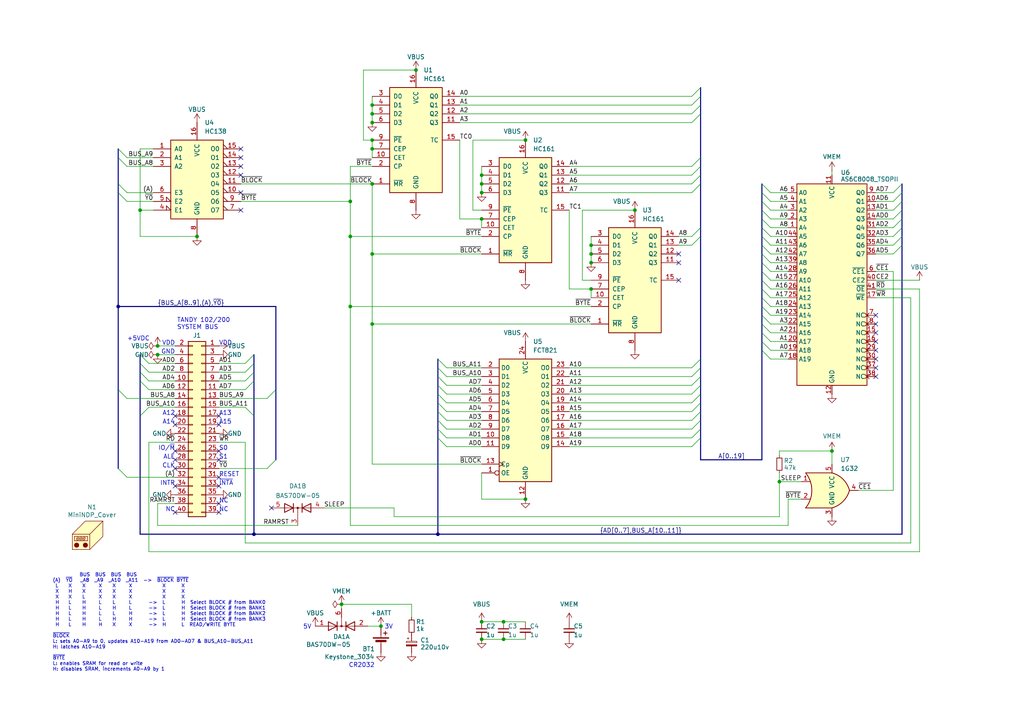
<source format=kicad_sch>
(kicad_sch (version 20231120) (generator "eeschema") (generator_version "8.0")
  (paper "A4")
  (title_block (title "MiniNDP 1M") (date "2024-11-26") (rev "B04") (company "Brian K. White - b.kenyon.w@gmail.com") (comment 1 "github.com/bkw777/NODE_DATAPAC") (comment 2 "Use with RAM100.CO or RAM200.CO") (comment 3 "Work-alike of NODE Systems DATAPAC / RAMPAC"))
  (lib_symbols
    (symbol "000_LOCAL:74xx138" (pin_names (offset 1.016))
      (property "Reference" "U" (at -7.62 11.43 0))
      (property "Value" "74xx138" (at -7.62 -13.97 0))
      (symbol "74xx138_1_0"
        (pin input line (at -12.7 7.62 0) (length 5.08) (name "A0") (number "1"))
        (pin output output_low (at 12.7 -5.08 180) (length 5.08) (name "O5") (number "10"))
        (pin output output_low (at 12.7 -2.54 180) (length 5.08) (name "O4") (number "11"))
        (pin output output_low (at 12.7 0 180) (length 5.08) (name "O3") (number "12"))
        (pin output output_low (at 12.7 2.54 180) (length 5.08) (name "O2") (number "13"))
        (pin output output_low (at 12.7 5.08 180) (length 5.08) (name "O1") (number "14"))
        (pin output output_low (at 12.7 7.62 180) (length 5.08) (name "O0") (number "15"))
        (pin power_in line (at 0 15.24 270) (length 5.08) (name "VCC") (number "16"))
        (pin input line (at -12.7 5.08 0) (length 5.08) (name "A1") (number "2"))
        (pin input line (at -12.7 2.54 0) (length 5.08) (name "A2") (number "3"))
        (pin input input_low (at -12.7 -10.16 0) (length 5.08) (name "E1") (number "4"))
        (pin input input_low (at -12.7 -7.62 0) (length 5.08) (name "E2") (number "5"))
        (pin input line (at -12.7 -5.08 0) (length 5.08) (name "E3") (number "6"))
        (pin output output_low (at 12.7 -10.16 180) (length 5.08) (name "O7") (number "7"))
        (pin power_in line (at 0 -17.78 90) (length 5.08) (name "GND") (number "8"))
        (pin output output_low (at 12.7 -7.62 180) (length 5.08) (name "O6") (number "9"))
      )
    )
    (symbol "000_LOCAL:74xx1G32" (pin_names (offset 0.762))
      (property "Reference" "U" (at -5.08 7.62 0))
      (property "Value" "74xx1G32" (at 7.62 -7.62 0))
      (symbol "74xx1G32_1_1"
        (pin input line (at -8.89 2.54 0) (length 2.54) (name "~") (number "1"))
        (pin input line (at -8.89 -2.54 0) (length 2.54) (name "~") (number "2"))
        (pin power_in line (at 0 -7.62 90) (length 2.54) (name "GND") (number "3"))
        (pin output line (at 7.62 0 180) (length 2.54) (name "~") (number "4"))
        (pin power_in line (at 0 7.62 270) (length 2.54) (name "VCC") (number "5"))
      )
    )
    (symbol "000_LOCAL:74xx821"
      (property "Reference" "U" (at -7.62 16.51 0))
      (property "Value" "74xx821" (at -9.144 -23.114 0))
      (symbol "74xx821_1_0"
        (pin input inverted (at -12.7 -17.78 0) (length 5.08) (name "OE") (number "1"))
        (pin input line (at -12.7 -7.62 0) (length 5.08) (name "D8") (number "10"))
        (pin input line (at -12.7 -10.16 0) (length 5.08) (name "D9") (number "11"))
        (pin power_in line (at 0 -25.4 90) (length 5.08) (name "GND") (number "12"))
        (pin input clock (at -12.7 -15.24 0) (length 5.08) (name "Cp") (number "13"))
        (pin tri_state line (at 12.7 -10.16 180) (length 5.08) (name "O9") (number "14"))
        (pin tri_state line (at 12.7 -7.62 180) (length 5.08) (name "O8") (number "15"))
        (pin tri_state line (at 12.7 -5.08 180) (length 5.08) (name "O7") (number "16"))
        (pin tri_state line (at 12.7 -2.54 180) (length 5.08) (name "O6") (number "17"))
        (pin tri_state line (at 12.7 0 180) (length 5.08) (name "O5") (number "18"))
        (pin tri_state line (at 12.7 2.54 180) (length 5.08) (name "O4") (number "19"))
        (pin input line (at -12.7 12.7 0) (length 5.08) (name "D0") (number "2"))
        (pin tri_state line (at 12.7 5.08 180) (length 5.08) (name "O3") (number "20"))
        (pin tri_state line (at 12.7 7.62 180) (length 5.08) (name "O2") (number "21"))
        (pin tri_state line (at 12.7 10.16 180) (length 5.08) (name "O1") (number "22"))
        (pin tri_state line (at 12.7 12.7 180) (length 5.08) (name "O0") (number "23"))
        (pin power_in line (at 0 20.32 270) (length 5.08) (name "VCC") (number "24"))
        (pin input line (at -12.7 10.16 0) (length 5.08) (name "D1") (number "3"))
        (pin input line (at -12.7 7.62 0) (length 5.08) (name "D2") (number "4"))
        (pin input line (at -12.7 5.08 0) (length 5.08) (name "D3") (number "5"))
        (pin input line (at -12.7 2.54 0) (length 5.08) (name "D4") (number "6"))
        (pin input line (at -12.7 0 0) (length 5.08) (name "D5") (number "7"))
        (pin input line (at -12.7 -2.54 0) (length 5.08) (name "D6") (number "8"))
        (pin input line (at -12.7 -5.08 0) (length 5.08) (name "D7") (number "9"))
      )
    )
    (symbol "000_LOCAL:AS6C8008_TSOPII"
      (property "Reference" "U" (at -10.16 23.495 0))
      (property "Value" "AS6C8008_TSOPII" (at 2.54 23.495 0))
      (symbol "AS6C8008_TSOPII_1_0"
        (pin power_in line (at 0 25.4 270) (length 2.54) (name "VCC") (number "11"))
        (pin power_in line (at 0 -38.1 90) (length 2.54) (name "GND") (number "12"))
        (pin passive line (at 0 25.4 270) (length 2.54) hide (name "VCC") (number "33"))
        (pin passive line (at 0 -38.1 90) (length 2.54) hide (name "GND") (number "34"))
      )
      (symbol "AS6C8008_TSOPII_1_1"
        (pin input line (at -12.7 10.16 0) (length 2.54) (name "A4") (number "1"))
        (pin tri_state line (at 12.7 17.78 180) (length 2.54) (name "Q1") (number "10"))
        (pin tri_state line (at 12.7 15.24 180) (length 2.54) (name "Q2") (number "13"))
        (pin tri_state line (at 12.7 12.7 180) (length 2.54) (name "Q3") (number "14"))
        (pin passive non_logic (at 12.7 -20.32 180) (length 2.54) (name "NC") (number "15"))
        (pin passive non_logic (at 12.7 -22.86 180) (length 2.54) (name "NC") (number "16"))
        (pin input line (at 12.7 -10.16 180) (length 2.54) (name "~{WE}") (number "17"))
        (pin input line (at -12.7 -27.94 0) (length 2.54) (name "A19") (number "18"))
        (pin input line (at -12.7 -25.4 0) (length 2.54) (name "A18") (number "19"))
        (pin input line (at -12.7 12.7 0) (length 2.54) (name "A3") (number "2"))
        (pin input line (at -12.7 -22.86 0) (length 2.54) (name "A17") (number "20"))
        (pin input line (at -12.7 -20.32 0) (length 2.54) (name "A16") (number "21"))
        (pin input line (at -12.7 -17.78 0) (length 2.54) (name "A15") (number "22"))
        (pin input line (at -12.7 -15.24 0) (length 2.54) (name "A14") (number "23"))
        (pin input line (at -12.7 -12.7 0) (length 2.54) (name "A13") (number "24"))
        (pin input line (at -12.7 -10.16 0) (length 2.54) (name "A12") (number "25"))
        (pin input line (at -12.7 -7.62 0) (length 2.54) (name "A11") (number "26"))
        (pin input line (at -12.7 -5.08 0) (length 2.54) (name "A10") (number "27"))
        (pin input line (at -12.7 -2.54 0) (length 2.54) (name "A9") (number "28"))
        (pin passive non_logic (at 12.7 -25.4 180) (length 2.54) (name "NC") (number "29"))
        (pin input line (at -12.7 15.24 0) (length 2.54) (name "A2") (number "3"))
        (pin passive non_logic (at 12.7 -27.94 180) (length 2.54) (name "NC") (number "30"))
        (pin tri_state line (at 12.7 10.16 180) (length 2.54) (name "Q4") (number "31"))
        (pin tri_state line (at 12.7 7.62 180) (length 2.54) (name "Q5") (number "32"))
        (pin tri_state line (at 12.7 5.08 180) (length 2.54) (name "Q6") (number "35"))
        (pin tri_state line (at 12.7 2.54 180) (length 2.54) (name "Q7") (number "36"))
        (pin passive non_logic (at 12.7 -30.48 180) (length 2.54) (name "NC") (number "37"))
        (pin passive non_logic (at 12.7 -33.02 180) (length 2.54) (name "NC") (number "38"))
        (pin input line (at -12.7 0 0) (length 2.54) (name "A8") (number "39"))
        (pin input line (at -12.7 17.78 0) (length 2.54) (name "A1") (number "4"))
        (pin input line (at 12.7 -5.08 180) (length 2.54) (name "CE2") (number "40"))
        (pin input line (at 12.7 -7.62 180) (length 2.54) (name "~{OE}") (number "41"))
        (pin input line (at -12.7 2.54 0) (length 2.54) (name "A7") (number "42"))
        (pin input line (at -12.7 5.08 0) (length 2.54) (name "A6") (number "43"))
        (pin input line (at -12.7 7.62 0) (length 2.54) (name "A5") (number "44"))
        (pin input line (at -12.7 20.32 0) (length 2.54) (name "A0") (number "5"))
        (pin input line (at 12.7 -2.54 180) (length 2.54) (name "~{CE1}") (number "6"))
        (pin passive non_logic (at 12.7 -15.24 180) (length 2.54) (name "NC") (number "7"))
        (pin passive non_logic (at 12.7 -17.78 180) (length 2.54) (name "NC") (number "8"))
        (pin tri_state line (at 12.7 20.32 180) (length 2.54) (name "Q0") (number "9"))
      )
    )
    (symbol "000_LOCAL:BAV70S" (pin_names (offset 0.762) hide)
      (property "Reference" "D" (at 0.635 -2.54 0))
      (property "Value" "BAV70S" (at 0 2.54 0))
      (symbol "BAV70S_1_1"
        (pin passive line (at -7.62 0 0) (length 3.81) (name "A") (number "1"))
        (pin passive line (at 7.62 0 180) (length 3.81) (name "A") (number "2"))
        (pin passive line (at 0 -5.08 90) (length 2.54) (name "K") (number "6"))
      )
      (symbol "BAV70S_2_1"
        (pin passive line (at 0 -5.08 90) (length 2.54) (name "K") (number "3"))
        (pin passive line (at -7.62 0 0) (length 3.81) (name "A") (number "4"))
        (pin passive line (at 7.62 0 180) (length 3.81) (name "A") (number "5"))
      )
    )
    (symbol "000_LOCAL:Battery_Cell" (pin_numbers hide) (pin_names (offset 0) hide)
      (property "Reference" "BT" (at 2.54 2.54 0))
      (property "Value" "Battery_Cell" (at 2.54 0 0))
      (symbol "Battery_Cell_1_1"
        (pin passive line (at 0 5.08 270) (length 2.54) (name "+") (number "1"))
        (pin passive line (at 0 -2.54 90) (length 2.54) (name "-") (number "2"))
      )
    )
    (symbol "000_LOCAL:C" (pin_numbers hide) (pin_names (offset 0.254) hide)
      (property "Reference" "C" (at 0.254 1.778 0))
      (property "Value" "C" (at 0.254 -2.032 0))
      (symbol "C_1_1"
        (pin passive line (at 0 2.54 270) (length 2.032) (name "~") (number "1"))
        (pin passive line (at 0 -2.54 90) (length 2.032) (name "~") (number "2"))
      )
    )
    (symbol "000_LOCAL:C_Polarized" (pin_numbers hide) (pin_names (offset 0.254) hide)
      (property "Reference" "C" (at 0.254 1.778 0))
      (property "Value" "C_Polarized_Small" (at 0.254 -2.032 0))
      (symbol "C_Polarized_1_1"
        (pin passive line (at 0 2.54 270) (length 1.8542) (name "~") (number "1"))
        (pin passive line (at 0 -2.54 90) (length 1.8542) (name "~") (number "2"))
      )
    )
    (symbol "000_LOCAL:Conn_02x20_Odd_Even" (pin_names (offset 1.016) hide)
      (property "Reference" "J" (at 1.27 25.4 0))
      (property "Value" "Conn_02x20_Odd_Even" (at 1.27 -27.94 0))
      (symbol "Conn_02x20_Odd_Even_1_1"
        (pin passive line (at -5.08 22.86 0) (length 3.81) (name "Pin_1") (number "1"))
        (pin passive line (at 7.62 12.7 180) (length 3.81) (name "Pin_10") (number "10"))
        (pin passive line (at -5.08 10.16 0) (length 3.81) (name "Pin_11") (number "11"))
        (pin passive line (at 7.62 10.16 180) (length 3.81) (name "Pin_12") (number "12"))
        (pin passive line (at -5.08 7.62 0) (length 3.81) (name "Pin_13") (number "13"))
        (pin passive line (at 7.62 7.62 180) (length 3.81) (name "Pin_14") (number "14"))
        (pin passive line (at -5.08 5.08 0) (length 3.81) (name "Pin_15") (number "15"))
        (pin passive line (at 7.62 5.08 180) (length 3.81) (name "Pin_16") (number "16"))
        (pin passive line (at -5.08 2.54 0) (length 3.81) (name "Pin_17") (number "17"))
        (pin passive line (at 7.62 2.54 180) (length 3.81) (name "Pin_18") (number "18"))
        (pin passive line (at -5.08 0 0) (length 3.81) (name "Pin_19") (number "19"))
        (pin passive line (at 7.62 22.86 180) (length 3.81) (name "Pin_2") (number "2"))
        (pin passive line (at 7.62 0 180) (length 3.81) (name "Pin_20") (number "20"))
        (pin passive line (at -5.08 -2.54 0) (length 3.81) (name "Pin_21") (number "21"))
        (pin passive line (at 7.62 -2.54 180) (length 3.81) (name "Pin_22") (number "22"))
        (pin passive line (at -5.08 -5.08 0) (length 3.81) (name "Pin_23") (number "23"))
        (pin passive line (at 7.62 -5.08 180) (length 3.81) (name "Pin_24") (number "24"))
        (pin passive line (at -5.08 -7.62 0) (length 3.81) (name "Pin_25") (number "25"))
        (pin passive line (at 7.62 -7.62 180) (length 3.81) (name "Pin_26") (number "26"))
        (pin passive line (at -5.08 -10.16 0) (length 3.81) (name "Pin_27") (number "27"))
        (pin passive line (at 7.62 -10.16 180) (length 3.81) (name "Pin_28") (number "28"))
        (pin passive line (at -5.08 -12.7 0) (length 3.81) (name "Pin_29") (number "29"))
        (pin passive line (at -5.08 20.32 0) (length 3.81) (name "Pin_3") (number "3"))
        (pin passive line (at 7.62 -12.7 180) (length 3.81) (name "Pin_30") (number "30"))
        (pin passive line (at -5.08 -15.24 0) (length 3.81) (name "Pin_31") (number "31"))
        (pin passive line (at 7.62 -15.24 180) (length 3.81) (name "Pin_32") (number "32"))
        (pin passive line (at -5.08 -17.78 0) (length 3.81) (name "Pin_33") (number "33"))
        (pin passive line (at 7.62 -17.78 180) (length 3.81) (name "Pin_34") (number "34"))
        (pin passive line (at -5.08 -20.32 0) (length 3.81) (name "Pin_35") (number "35"))
        (pin passive line (at 7.62 -20.32 180) (length 3.81) (name "Pin_36") (number "36"))
        (pin passive line (at -5.08 -22.86 0) (length 3.81) (name "Pin_37") (number "37"))
        (pin passive line (at 7.62 -22.86 180) (length 3.81) (name "Pin_38") (number "38"))
        (pin passive line (at -5.08 -25.4 0) (length 3.81) (name "Pin_39") (number "39"))
        (pin passive line (at 7.62 20.32 180) (length 3.81) (name "Pin_4") (number "4"))
        (pin passive line (at 7.62 -25.4 180) (length 3.81) (name "Pin_40") (number "40"))
        (pin passive line (at -5.08 17.78 0) (length 3.81) (name "Pin_5") (number "5"))
        (pin passive line (at 7.62 17.78 180) (length 3.81) (name "Pin_6") (number "6"))
        (pin passive line (at -5.08 15.24 0) (length 3.81) (name "Pin_7") (number "7"))
        (pin passive line (at 7.62 15.24 180) (length 3.81) (name "Pin_8") (number "8"))
        (pin passive line (at -5.08 12.7 0) (length 3.81) (name "Pin_9") (number "9"))
      )
    )
    (symbol "000_LOCAL:Housing" (pin_names (offset 1.016)) (exclude_from_sim yes)
      (property "Reference" "N" (at 3.81 0 0))
      (property "Value" "Housing" (at 3.81 -1.905 0))
    )
    (symbol "000_LOCAL:R" (pin_numbers hide) (pin_names (offset 0.254) hide)
      (property "Reference" "R" (at 0.762 0.508 0))
      (property "Value" "R_Small" (at 0.762 -1.016 0))
      (symbol "R_1_1"
        (pin passive line (at 0 2.54 270) (length 0.762) (name "~") (number "1"))
        (pin passive line (at 0 -2.54 90) (length 0.762) (name "~") (number "2"))
      )
    )
    (symbol "74xx161_1" (pin_names (offset 1.016))
      (property "Reference" "U" (at -7.62 16.51 0))
      (property "Value" "74xx161" (at -7.62 -16.51 0))
      (symbol "74xx161_1_1_0"
        (pin input line (at -12.7 -12.7 0) (length 5.08) (name "~{MR}") (number "1"))
        (pin input line (at -12.7 -5.08 0) (length 5.08) (name "CET") (number "10"))
        (pin output line (at 12.7 5.08 180) (length 5.08) (name "Q3") (number "11"))
        (pin output line (at 12.7 7.62 180) (length 5.08) (name "Q2") (number "12"))
        (pin output line (at 12.7 10.16 180) (length 5.08) (name "Q1") (number "13"))
        (pin output line (at 12.7 12.7 180) (length 5.08) (name "Q0") (number "14"))
        (pin output line (at 12.7 0 180) (length 5.08) (name "TC") (number "15"))
        (pin power_in line (at 0 20.32 270) (length 5.08) (name "VCC") (number "16"))
        (pin input line (at -12.7 -7.62 0) (length 5.08) (name "CP") (number "2"))
        (pin input line (at -12.7 12.7 0) (length 5.08) (name "D0") (number "3"))
        (pin input line (at -12.7 10.16 0) (length 5.08) (name "D1") (number "4"))
        (pin input line (at -12.7 7.62 0) (length 5.08) (name "D2") (number "5"))
        (pin input line (at -12.7 5.08 0) (length 5.08) (name "D3") (number "6"))
        (pin input line (at -12.7 -2.54 0) (length 5.08) (name "CEP") (number "7"))
        (pin power_in line (at 0 -20.32 90) (length 5.08) (name "GND") (number "8"))
        (pin input line (at -12.7 0 0) (length 5.08) (name "~{PE}") (number "9"))
      )
    )
    (symbol "power:+BATT" (power) (pin_numbers hide) (pin_names (offset 0) hide)
      (property "Value" "+BATT" (at 0 3.556 0))
      (symbol "+BATT_1_1"
        (pin power_in line (at 0 0 90) (length 0) (name "~") (number "1"))
      )
    )
    (symbol "power:GND" (power) (pin_numbers hide) (pin_names (offset 0) hide)
      (property "Value" "GND" (at 0 -3.81 0))
      (symbol "GND_1_1"
        (pin power_in line (at 0 0 270) (length 0) (name "~") (number "1"))
      )
    )
    (symbol "power:PWR_FLAG" (power) (pin_numbers hide) (pin_names (offset 0) hide)
      (property "Value" "PWR_FLAG" (at 0 3.81 0))
      (symbol "PWR_FLAG_0_0"
        (pin power_out line (at 0 0 90) (length 0) (name "~") (number "1"))
      )
    )
    (symbol "power:VBUS" (power) (pin_numbers hide) (pin_names (offset 0) hide)
      (property "Value" "VBUS" (at 0 3.556 0))
      (symbol "VBUS_1_1"
        (pin power_in line (at 0 0 90) (length 0) (name "~") (number "1"))
      )
    )
    (symbol "power:VMEM" (power) (pin_numbers hide) (pin_names (offset 0) hide)
      (property "Value" "VMEM" (at 0 3.556 0))
      (symbol "VMEM_1_1"
        (pin power_in line (at 0 0 90) (length 0) (name "~") (number "1"))
      )
    )
  )
  (junction (at 139.7 180.34))
  (junction (at 171.45 83.82))
  (junction (at 241.3 130.81))
  (junction (at 101.6 88.9))
  (junction (at 45.72 100.33))
  (junction (at 226.06 139.7))
  (junction (at 139.7 55.88))
  (junction (at 101.6 58.42))
  (junction (at 45.72 102.87))
  (junction (at 152.4 144.78))
  (junction (at 73.66 154.94))
  (junction (at 146.05 185.42))
  (junction (at 171.45 76.2))
  (junction (at 99.06 175.26))
  (junction (at 139.7 185.42))
  (junction (at 107.95 53.34))
  (junction (at 107.95 30.48))
  (junction (at 120.65 20.32))
  (junction (at 110.49 181.61))
  (junction (at 57.15 68.58))
  (junction (at 107.95 43.18))
  (junction (at 40.64 60.96))
  (junction (at 139.7 53.34))
  (junction (at 101.6 68.58))
  (junction (at 107.95 93.98))
  (junction (at 34.29 88.9))
  (junction (at 139.7 50.8))
  (junction (at 107.95 33.02))
  (junction (at 152.4 40.64))
  (junction (at 184.15 60.96))
  (junction (at 127 154.94))
  (junction (at 107.95 73.66))
  (junction (at 146.05 180.34))
  (junction (at 171.45 73.66))
  (junction (at 107.95 40.64))
  (junction (at 107.95 35.56))
  (junction (at 171.45 71.12))
  (junction (at 139.7 63.5))
  (no_connect (at 63.5 138.43))
  (no_connect (at 196.85 73.66))
  (no_connect (at 69.85 50.8))
  (no_connect (at 63.5 123.19))
  (no_connect (at 254 91.44))
  (no_connect (at 254 109.22))
  (no_connect (at 50.8 148.59))
  (no_connect (at 63.5 130.81))
  (no_connect (at 254 101.6))
  (no_connect (at 63.5 148.59))
  (no_connect (at 69.85 60.96))
  (no_connect (at 254 106.68))
  (no_connect (at 254 104.14))
  (no_connect (at 50.8 130.81))
  (no_connect (at 196.85 81.28))
  (no_connect (at 50.8 120.65))
  (no_connect (at 69.85 55.88))
  (no_connect (at 50.8 123.19))
  (no_connect (at 69.85 43.18))
  (no_connect (at 50.8 140.97))
  (no_connect (at 69.85 45.72))
  (no_connect (at 254 93.98))
  (no_connect (at 196.85 76.2))
  (no_connect (at 50.8 133.35))
  (no_connect (at 50.8 135.89))
  (no_connect (at 63.5 146.05))
  (no_connect (at 254 99.06))
  (no_connect (at 63.5 120.65))
  (no_connect (at 63.5 133.35))
  (no_connect (at 63.5 140.97))
  (no_connect (at 69.85 48.26))
  (no_connect (at 78.74 147.32))
  (no_connect (at 254 96.52))
  (bus_entry (at 200.66 71.12) (size 2.54 -2.54))
  (bus_entry (at 259.08 58.42) (size 2.54 -2.54))
  (bus_entry (at 200.66 27.94) (size 2.54 -2.54))
  (bus_entry (at 43.18 110.49) (size -2.54 -2.54))
  (bus_entry (at 127 124.46) (size 2.54 2.54))
  (bus_entry (at 200.66 35.56) (size 2.54 -2.54))
  (bus_entry (at 223.52 66.04) (size -2.54 -2.54))
  (bus_entry (at 200.66 129.54) (size 2.54 -2.54))
  (bus_entry (at 40.64 120.65) (size 2.54 -2.54))
  (bus_entry (at 200.66 116.84) (size 2.54 -2.54))
  (bus_entry (at 127 127) (size 2.54 2.54))
  (bus_entry (at 223.52 68.58) (size -2.54 -2.54))
  (bus_entry (at 223.52 78.74) (size -2.54 -2.54))
  (bus_entry (at 200.66 119.38) (size 2.54 -2.54))
  (bus_entry (at 127 119.38) (size 2.54 2.54))
  (bus_entry (at 34.29 53.34) (size 2.54 2.54))
  (bus_entry (at 43.18 113.03) (size -2.54 -2.54))
  (bus_entry (at 223.52 91.44) (size -2.54 -2.54))
  (bus_entry (at 43.18 105.41) (size -2.54 -2.54))
  (bus_entry (at 34.29 43.18) (size 2.54 2.54))
  (bus_entry (at 223.52 73.66) (size -2.54 -2.54))
  (bus_entry (at 223.52 71.12) (size -2.54 -2.54))
  (bus_entry (at 223.52 63.5) (size -2.54 -2.54))
  (bus_entry (at 200.66 53.34) (size 2.54 -2.54))
  (bus_entry (at 223.52 76.2) (size -2.54 -2.54))
  (bus_entry (at 223.52 83.82) (size -2.54 -2.54))
  (bus_entry (at 71.12 105.41) (size 2.54 -2.54))
  (bus_entry (at 80.01 133.35) (size -2.54 2.54))
  (bus_entry (at 200.66 111.76) (size 2.54 -2.54))
  (bus_entry (at 223.52 99.06) (size -2.54 -2.54))
  (bus_entry (at 259.08 66.04) (size 2.54 -2.54))
  (bus_entry (at 200.66 121.92) (size 2.54 -2.54))
  (bus_entry (at 223.52 58.42) (size -2.54 -2.54))
  (bus_entry (at 80.01 113.03) (size -2.54 2.54))
  (bus_entry (at 259.08 68.58) (size 2.54 -2.54))
  (bus_entry (at 127 121.92) (size 2.54 2.54))
  (bus_entry (at 223.52 96.52) (size -2.54 -2.54))
  (bus_entry (at 34.29 45.72) (size 2.54 2.54))
  (bus_entry (at 200.66 50.8) (size 2.54 -2.54))
  (bus_entry (at 34.29 55.88) (size 2.54 2.54))
  (bus_entry (at 223.52 81.28) (size -2.54 -2.54))
  (bus_entry (at 259.08 73.66) (size 2.54 -2.54))
  (bus_entry (at 259.08 71.12) (size 2.54 -2.54))
  (bus_entry (at 43.18 107.95) (size -2.54 -2.54))
  (bus_entry (at 71.12 113.03) (size 2.54 -2.54))
  (bus_entry (at 200.66 68.58) (size 2.54 -2.54))
  (bus_entry (at 127 106.68) (size 2.54 2.54))
  (bus_entry (at 200.66 109.22) (size 2.54 -2.54))
  (bus_entry (at 223.52 86.36) (size -2.54 -2.54))
  (bus_entry (at 259.08 60.96) (size 2.54 -2.54))
  (bus_entry (at 127 116.84) (size 2.54 2.54))
  (bus_entry (at 259.08 55.88) (size 2.54 -2.54))
  (bus_entry (at 223.52 93.98) (size -2.54 -2.54))
  (bus_entry (at 223.52 104.14) (size -2.54 -2.54))
  (bus_entry (at 200.66 106.68) (size 2.54 -2.54))
  (bus_entry (at 223.52 88.9) (size -2.54 -2.54))
  (bus_entry (at 200.66 48.26) (size 2.54 -2.54))
  (bus_entry (at 259.08 63.5) (size 2.54 -2.54))
  (bus_entry (at 34.29 113.03) (size 2.54 2.54))
  (bus_entry (at 127 114.3) (size 2.54 2.54))
  (bus_entry (at 223.52 101.6) (size -2.54 -2.54))
  (bus_entry (at 200.66 33.02) (size 2.54 -2.54))
  (bus_entry (at 127 104.14) (size 2.54 2.54))
  (bus_entry (at 73.66 120.65) (size -2.54 -2.54))
  (bus_entry (at 200.66 114.3) (size 2.54 -2.54))
  (bus_entry (at 223.52 55.88) (size -2.54 -2.54))
  (bus_entry (at 71.12 107.95) (size 2.54 -2.54))
  (bus_entry (at 200.66 127) (size 2.54 -2.54))
  (bus_entry (at 127 109.22) (size 2.54 2.54))
  (bus_entry (at 127 111.76) (size 2.54 2.54))
  (bus_entry (at 223.52 60.96) (size -2.54 -2.54))
  (bus_entry (at 200.66 124.46) (size 2.54 -2.54))
  (bus_entry (at 36.83 138.43) (size -2.54 -2.54))
  (bus_entry (at 200.66 55.88) (size 2.54 -2.54))
  (bus_entry (at 71.12 110.49) (size 2.54 -2.54))
  (bus_entry (at 200.66 30.48) (size 2.54 -2.54))
  (bus (pts (xy 127 119.38) (xy 127 121.92)))
  (wire (pts (xy 129.54 106.68) (xy 139.7 106.68)))
  (bus (pts (xy 220.98 88.9) (xy 220.98 91.44)))
  (wire (pts (xy 101.6 152.4) (xy 228.6 152.4)))
  (bus (pts (xy 34.29 45.72) (xy 34.29 53.34)))
  (wire (pts (xy 45.72 146.05) (xy 45.72 152.4)))
  (wire (pts (xy 223.52 76.2) (xy 228.6 76.2)))
  (wire (pts (xy 168.91 81.28) (xy 171.45 81.28)))
  (wire (pts (xy 196.85 68.58) (xy 200.66 68.58)))
  (bus (pts (xy 220.98 99.06) (xy 220.98 96.52)))
  (wire (pts (xy 107.95 30.48) (xy 107.95 33.02)))
  (wire (pts (xy 107.95 134.62) (xy 139.7 134.62)))
  (wire (pts (xy 254 73.66) (xy 259.08 73.66)))
  (wire (pts (xy 129.54 121.92) (xy 139.7 121.92)))
  (wire (pts (xy 139.7 137.16) (xy 139.7 144.78)))
  (wire (pts (xy 223.52 60.96) (xy 228.6 60.96)))
  (wire (pts (xy 137.16 40.64) (xy 137.16 60.96)))
  (wire (pts (xy 165.1 114.3) (xy 200.66 114.3)))
  (bus (pts (xy 220.98 73.66) (xy 220.98 76.2)))
  (bus (pts (xy 220.98 133.35) (xy 220.98 101.6)))
  (wire (pts (xy 114.3 147.32) (xy 93.98 147.32)))
  (wire (pts (xy 107.95 53.34) (xy 107.95 73.66)))
  (wire (pts (xy 133.35 27.94) (xy 200.66 27.94)))
  (wire (pts (xy 36.83 55.88) (xy 44.45 55.88)))
  (wire (pts (xy 228.6 144.78) (xy 228.6 152.4)))
  (wire (pts (xy 43.18 113.03) (xy 50.8 113.03)))
  (wire (pts (xy 171.45 73.66) (xy 171.45 76.2)))
  (bus (pts (xy 80.01 88.9) (xy 80.01 113.03)))
  (wire (pts (xy 36.83 115.57) (xy 50.8 115.57)))
  (bus (pts (xy 220.98 55.88) (xy 220.98 58.42)))
  (wire (pts (xy 107.95 93.98) (xy 107.95 134.62)))
  (bus (pts (xy 203.2 121.92) (xy 203.2 124.46)))
  (bus (pts (xy 40.64 105.41) (xy 40.64 107.95)))
  (wire (pts (xy 101.6 88.9) (xy 171.45 88.9)))
  (bus (pts (xy 203.2 30.48) (xy 203.2 33.02)))
  (bus (pts (xy 203.2 33.02) (xy 203.2 45.72)))
  (wire (pts (xy 223.52 81.28) (xy 228.6 81.28)))
  (wire (pts (xy 69.85 58.42) (xy 101.6 58.42)))
  (wire (pts (xy 43.18 105.41) (xy 50.8 105.41)))
  (wire (pts (xy 129.54 129.54) (xy 139.7 129.54)))
  (bus (pts (xy 203.2 133.35) (xy 220.98 133.35)))
  (wire (pts (xy 63.5 115.57) (xy 77.47 115.57)))
  (bus (pts (xy 203.2 50.8) (xy 203.2 53.34)))
  (bus (pts (xy 261.62 63.5) (xy 261.62 66.04)))
  (wire (pts (xy 254 68.58) (xy 259.08 68.58)))
  (bus (pts (xy 203.2 114.3) (xy 203.2 116.84)))
  (wire (pts (xy 110.49 181.61) (xy 106.68 181.61)))
  (wire (pts (xy 165.1 127) (xy 200.66 127)))
  (wire (pts (xy 223.52 71.12) (xy 228.6 71.12)))
  (wire (pts (xy 139.7 48.26) (xy 139.7 50.8)))
  (wire (pts (xy 99.06 176.53) (xy 99.06 175.26)))
  (bus (pts (xy 220.98 53.34) (xy 220.98 55.88)))
  (wire (pts (xy 165.1 106.68) (xy 200.66 106.68)))
  (wire (pts (xy 107.95 73.66) (xy 139.7 73.66)))
  (bus (pts (xy 73.66 120.65) (xy 73.66 154.94)))
  (wire (pts (xy 105.41 20.32) (xy 105.41 40.64)))
  (wire (pts (xy 105.41 40.64) (xy 107.95 40.64)))
  (bus (pts (xy 73.66 154.94) (xy 127 154.94)))
  (wire (pts (xy 223.52 58.42) (xy 228.6 58.42)))
  (wire (pts (xy 107.95 43.18) (xy 107.95 45.72)))
  (wire (pts (xy 139.7 180.34) (xy 146.05 180.34)))
  (wire (pts (xy 165.1 124.46) (xy 200.66 124.46)))
  (bus (pts (xy 220.98 71.12) (xy 220.98 73.66)))
  (wire (pts (xy 165.1 116.84) (xy 200.66 116.84)))
  (wire (pts (xy 223.52 83.82) (xy 228.6 83.82)))
  (bus (pts (xy 220.98 68.58) (xy 220.98 71.12)))
  (wire (pts (xy 223.52 93.98) (xy 228.6 93.98)))
  (wire (pts (xy 45.72 100.33) (xy 50.8 100.33)))
  (wire (pts (xy 264.16 86.36) (xy 264.16 157.48)))
  (wire (pts (xy 71.12 128.27) (xy 71.12 157.48)))
  (bus (pts (xy 40.64 120.65) (xy 40.64 154.94)))
  (wire (pts (xy 171.45 83.82) (xy 171.45 86.36)))
  (wire (pts (xy 223.52 63.5) (xy 228.6 63.5)))
  (bus (pts (xy 220.98 63.5) (xy 220.98 66.04)))
  (wire (pts (xy 129.54 119.38) (xy 139.7 119.38)))
  (bus (pts (xy 261.62 66.04) (xy 261.62 68.58)))
  (bus (pts (xy 220.98 76.2) (xy 220.98 78.74)))
  (wire (pts (xy 63.5 105.41) (xy 71.12 105.41)))
  (wire (pts (xy 196.85 71.12) (xy 200.66 71.12)))
  (wire (pts (xy 43.18 110.49) (xy 50.8 110.49)))
  (bus (pts (xy 34.29 113.03) (xy 34.29 135.89)))
  (bus (pts (xy 34.29 55.88) (xy 34.29 88.9)))
  (bus (pts (xy 203.2 111.76) (xy 203.2 114.3)))
  (wire (pts (xy 139.7 50.8) (xy 139.7 53.34)))
  (bus (pts (xy 261.62 58.42) (xy 261.62 60.96)))
  (wire (pts (xy 99.06 175.26) (xy 119.38 175.26)))
  (bus (pts (xy 203.2 106.68) (xy 203.2 109.22)))
  (bus (pts (xy 203.2 116.84) (xy 203.2 119.38)))
  (wire (pts (xy 165.1 119.38) (xy 200.66 119.38)))
  (bus (pts (xy 203.2 25.4) (xy 203.2 27.94)))
  (wire (pts (xy 223.52 91.44) (xy 228.6 91.44)))
  (bus (pts (xy 127 116.84) (xy 127 119.38)))
  (wire (pts (xy 101.6 68.58) (xy 101.6 88.9)))
  (wire (pts (xy 133.35 40.64) (xy 133.35 63.5)))
  (wire (pts (xy 133.35 35.56) (xy 200.66 35.56)))
  (bus (pts (xy 203.2 109.22) (xy 203.2 111.76)))
  (bus (pts (xy 80.01 113.03) (xy 80.01 133.35)))
  (wire (pts (xy 165.1 129.54) (xy 200.66 129.54)))
  (bus (pts (xy 127 154.94) (xy 261.62 154.94)))
  (wire (pts (xy 254 86.36) (xy 264.16 86.36)))
  (wire (pts (xy 146.05 180.34) (xy 152.4 180.34)))
  (wire (pts (xy 254 63.5) (xy 259.08 63.5)))
  (wire (pts (xy 137.16 40.64) (xy 152.4 40.64)))
  (wire (pts (xy 129.54 109.22) (xy 139.7 109.22)))
  (bus (pts (xy 40.64 110.49) (xy 40.64 120.65)))
  (wire (pts (xy 226.06 139.7) (xy 232.41 139.7)))
  (wire (pts (xy 63.5 128.27) (xy 71.12 128.27)))
  (bus (pts (xy 203.2 127) (xy 203.2 133.35)))
  (wire (pts (xy 129.54 127) (xy 139.7 127)))
  (wire (pts (xy 223.52 55.88) (xy 228.6 55.88)))
  (wire (pts (xy 165.1 109.22) (xy 200.66 109.22)))
  (wire (pts (xy 45.72 102.87) (xy 50.8 102.87)))
  (bus (pts (xy 203.2 53.34) (xy 203.2 66.04)))
  (wire (pts (xy 107.95 27.94) (xy 107.95 30.48)))
  (bus (pts (xy 127 104.14) (xy 127 106.68)))
  (bus (pts (xy 203.2 66.04) (xy 203.2 68.58)))
  (wire (pts (xy 171.45 71.12) (xy 171.45 73.66)))
  (wire (pts (xy 101.6 68.58) (xy 139.7 68.58)))
  (wire (pts (xy 226.06 137.16) (xy 226.06 139.7)))
  (bus (pts (xy 261.62 55.88) (xy 261.62 58.42)))
  (wire (pts (xy 69.85 53.34) (xy 107.95 53.34)))
  (bus (pts (xy 34.29 53.34) (xy 34.29 55.88)))
  (wire (pts (xy 40.64 60.96) (xy 40.64 68.58)))
  (bus (pts (xy 127 127) (xy 127 154.94)))
  (bus (pts (xy 261.62 68.58) (xy 261.62 71.12)))
  (bus (pts (xy 220.98 66.04) (xy 220.98 68.58)))
  (bus (pts (xy 73.66 105.41) (xy 73.66 107.95)))
  (wire (pts (xy 137.16 60.96) (xy 139.7 60.96)))
  (bus (pts (xy 220.98 58.42) (xy 220.98 60.96)))
  (bus (pts (xy 261.62 53.34) (xy 261.62 55.88)))
  (bus (pts (xy 220.98 78.74) (xy 220.98 81.28)))
  (bus (pts (xy 73.66 107.95) (xy 73.66 110.49)))
  (wire (pts (xy 139.7 185.42) (xy 146.05 185.42)))
  (wire (pts (xy 254 66.04) (xy 259.08 66.04)))
  (wire (pts (xy 165.1 50.8) (xy 200.66 50.8)))
  (bus (pts (xy 220.98 91.44) (xy 220.98 93.98)))
  (wire (pts (xy 119.38 179.07) (xy 119.38 175.26)))
  (wire (pts (xy 146.05 185.42) (xy 152.4 185.42)))
  (wire (pts (xy 129.54 114.3) (xy 139.7 114.3)))
  (wire (pts (xy 101.6 48.26) (xy 107.95 48.26)))
  (wire (pts (xy 223.52 78.74) (xy 228.6 78.74)))
  (bus (pts (xy 220.98 83.82) (xy 220.98 86.36)))
  (bus (pts (xy 127 111.76) (xy 127 114.3)))
  (wire (pts (xy 241.3 49.53) (xy 241.3 50.8)))
  (wire (pts (xy 101.6 88.9) (xy 101.6 152.4)))
  (bus (pts (xy 40.64 107.95) (xy 40.64 110.49)))
  (wire (pts (xy 171.45 68.58) (xy 171.45 71.12)))
  (wire (pts (xy 165.1 55.88) (xy 200.66 55.88)))
  (bus (pts (xy 261.62 71.12) (xy 261.62 154.94)))
  (wire (pts (xy 40.64 68.58) (xy 57.15 68.58)))
  (wire (pts (xy 63.5 107.95) (xy 71.12 107.95)))
  (bus (pts (xy 203.2 124.46) (xy 203.2 127)))
  (wire (pts (xy 165.1 83.82) (xy 165.1 60.96)))
  (wire (pts (xy 165.1 53.34) (xy 200.66 53.34)))
  (wire (pts (xy 165.1 121.92) (xy 200.66 121.92)))
  (wire (pts (xy 223.52 66.04) (xy 228.6 66.04)))
  (wire (pts (xy 248.92 142.24) (xy 259.08 142.24)))
  (wire (pts (xy 223.52 73.66) (xy 228.6 73.66)))
  (wire (pts (xy 226.06 139.7) (xy 226.06 149.86)))
  (bus (pts (xy 34.29 43.18) (xy 34.29 45.72)))
  (wire (pts (xy 228.6 144.78) (xy 232.41 144.78)))
  (bus (pts (xy 261.62 60.96) (xy 261.62 63.5)))
  (bus (pts (xy 203.2 48.26) (xy 203.2 50.8)))
  (bus (pts (xy 73.66 102.87) (xy 73.66 105.41)))
  (wire (pts (xy 254 60.96) (xy 259.08 60.96)))
  (wire (pts (xy 107.95 40.64) (xy 107.95 43.18)))
  (wire (pts (xy 129.54 116.84) (xy 139.7 116.84)))
  (bus (pts (xy 220.98 93.98) (xy 220.98 96.52)))
  (wire (pts (xy 40.64 43.18) (xy 40.64 60.96)))
  (wire (pts (xy 223.52 101.6) (xy 228.6 101.6)))
  (wire (pts (xy 254 58.42) (xy 259.08 58.42)))
  (bus (pts (xy 127 121.92) (xy 127 124.46)))
  (wire (pts (xy 254 55.88) (xy 259.08 55.88)))
  (wire (pts (xy 139.7 63.5) (xy 133.35 63.5)))
  (bus (pts (xy 127 109.22) (xy 127 111.76)))
  (wire (pts (xy 168.91 60.96) (xy 168.91 81.28)))
  (wire (pts (xy 223.52 96.52) (xy 228.6 96.52)))
  (bus (pts (xy 203.2 27.94) (xy 203.2 30.48)))
  (wire (pts (xy 266.7 81.28) (xy 254 81.28)))
  (wire (pts (xy 254 71.12) (xy 259.08 71.12)))
  (wire (pts (xy 139.7 53.34) (xy 139.7 55.88)))
  (wire (pts (xy 43.18 128.27) (xy 43.18 160.02)))
  (wire (pts (xy 43.18 107.95) (xy 50.8 107.95)))
  (bus (pts (xy 203.2 104.14) (xy 203.2 106.68)))
  (wire (pts (xy 101.6 58.42) (xy 101.6 68.58)))
  (wire (pts (xy 63.5 113.03) (xy 71.12 113.03)))
  (bus (pts (xy 203.2 45.72) (xy 203.2 48.26)))
  (bus (pts (xy 34.29 88.9) (xy 34.29 113.03)))
  (wire (pts (xy 40.64 43.18) (xy 44.45 43.18)))
  (wire (pts (xy 63.5 118.11) (xy 71.12 118.11)))
  (wire (pts (xy 50.8 128.27) (xy 43.18 128.27)))
  (wire (pts (xy 264.16 157.48) (xy 71.12 157.48)))
  (wire (pts (xy 226.06 130.81) (xy 241.3 130.81)))
  (wire (pts (xy 63.5 110.49) (xy 71.12 110.49)))
  (wire (pts (xy 36.83 48.26) (xy 44.45 48.26)))
  (wire (pts (xy 259.08 78.74) (xy 259.08 142.24)))
  (wire (pts (xy 223.52 104.14) (xy 228.6 104.14)))
  (bus (pts (xy 220.98 86.36) (xy 220.98 88.9)))
  (wire (pts (xy 133.35 30.48) (xy 200.66 30.48)))
  (bus (pts (xy 34.29 88.9) (xy 80.01 88.9)))
  (wire (pts (xy 63.5 135.89) (xy 77.47 135.89)))
  (wire (pts (xy 165.1 83.82) (xy 171.45 83.82)))
  (wire (pts (xy 168.91 60.96) (xy 184.15 60.96)))
  (wire (pts (xy 129.54 111.76) (xy 139.7 111.76)))
  (wire (pts (xy 107.95 33.02) (xy 107.95 35.56)))
  (wire (pts (xy 223.52 99.06) (xy 228.6 99.06)))
  (bus (pts (xy 73.66 110.49) (xy 73.66 120.65)))
  (wire (pts (xy 45.72 146.05) (xy 50.8 146.05)))
  (wire (pts (xy 133.35 33.02) (xy 200.66 33.02)))
  (wire (pts (xy 105.41 20.32) (xy 120.65 20.32)))
  (wire (pts (xy 107.95 73.66) (xy 107.95 93.98)))
  (bus (pts (xy 203.2 68.58) (xy 203.2 104.14)))
  (wire (pts (xy 139.7 144.78) (xy 152.4 144.78)))
  (bus (pts (xy 127 114.3) (xy 127 116.84)))
  (wire (pts (xy 241.3 130.81) (xy 241.3 134.62)))
  (wire (pts (xy 43.18 118.11) (xy 50.8 118.11)))
  (wire (pts (xy 223.52 68.58) (xy 228.6 68.58)))
  (wire (pts (xy 226.06 130.81) (xy 226.06 132.08)))
  (wire (pts (xy 259.08 78.74) (xy 254 78.74)))
  (bus (pts (xy 220.98 101.6) (xy 220.98 99.06)))
  (wire (pts (xy 165.1 48.26) (xy 200.66 48.26)))
  (bus (pts (xy 220.98 81.28) (xy 220.98 83.82)))
  (wire (pts (xy 254 83.82) (xy 266.7 83.82)))
  (wire (pts (xy 139.7 63.5) (xy 139.7 66.04)))
  (bus (pts (xy 220.98 60.96) (xy 220.98 63.5)))
  (wire (pts (xy 36.83 58.42) (xy 44.45 58.42)))
  (wire (pts (xy 129.54 124.46) (xy 139.7 124.46)))
  (wire (pts (xy 266.7 160.02) (xy 266.7 83.82)))
  (wire (pts (xy 36.83 138.43) (xy 50.8 138.43)))
  (bus (pts (xy 40.64 102.87) (xy 40.64 105.41)))
  (wire (pts (xy 223.52 86.36) (xy 228.6 86.36)))
  (wire (pts (xy 101.6 48.26) (xy 101.6 58.42)))
  (wire (pts (xy 36.83 45.72) (xy 44.45 45.72)))
  (bus (pts (xy 127 124.46) (xy 127 127)))
  (wire (pts (xy 165.1 111.76) (xy 200.66 111.76)))
  (wire (pts (xy 45.72 152.4) (xy 86.36 152.4)))
  (wire (pts (xy 114.3 149.86) (xy 226.06 149.86)))
  (wire (pts (xy 223.52 88.9) (xy 228.6 88.9)))
  (bus (pts (xy 127 106.68) (xy 127 109.22)))
  (bus (pts (xy 40.64 154.94) (xy 73.66 154.94)))
  (wire (pts (xy 114.3 149.86) (xy 114.3 147.32)))
  (bus (pts (xy 203.2 119.38) (xy 203.2 121.92)))
  (wire (pts (xy 40.64 60.96) (xy 44.45 60.96)))
  (wire (pts (xy 107.95 93.98) (xy 171.45 93.98)))
  (wire (pts (xy 43.18 160.02) (xy 266.7 160.02)))
  (text "TANDY 102/200\nSYSTEM BUS" (at 51.308 95.758 0) (effects (font (size 1.27 1.27)) (justify left bottom)))
  (text "+5VDC" (at 36.83 99.06 0) (effects (font (size 1.27 1.27)) (justify left bottom)))
  (text "A15" (at 63.5 123.19 0) (effects (font (size 1.27 1.27)) (justify left bottom)))
  (text "CR2032" (at 104.902 193.04 0) (effects (font (size 1.27 1.27))))
  (text "INTR" (at 50.8 140.97 0) (effects (font (size 1.27 1.27)) (justify right bottom)))
  (text "A14" (at 50.8 123.19 0) (effects (font (size 1.27 1.27)) (justify right bottom)))
  (text "ALE" (at 50.8 133.35 0) (effects (font (size 1.27 1.27)) (justify right bottom)))
  (text "S1" (at 63.5 133.35 0) (effects (font (size 1.27 1.27)) (justify left bottom)))
  (text "NC" (at 63.5 148.59 0) (effects (font (size 1.27 1.27)) (justify left bottom)))
  (text "NC" (at 63.5 146.05 0) (effects (font (size 1.27 1.27)) (justify left bottom)))
  (text "~{INTA}" (at 63.5 140.97 0) (effects (font (size 1.27 1.27)) (justify left bottom)))
  (text "CLK" (at 50.8 135.89 0) (effects (font (size 1.27 1.27)) (justify right bottom)))
  (text "GND" (at 50.8 102.87 0) (effects (font (size 1.27 1.27)) (justify right bottom)))
  (text "IO/~{M}" (at 50.8 130.81 0) (effects (font (size 1.27 1.27)) (justify right bottom)))
  (text "VDD" (at 50.8 100.33 0) (effects (font (size 1.27 1.27)) (justify right bottom)))
  (text "		BUS  BUS  BUS  BUS\n(A)	~{YO}   _A8  _A9  _A10  _A11  ->  ~{BLOCK} ~{BYTE}\n L	 X	 X	  X	  X	   X		X	  X\n X	 H	 X	  X	  X	   X		X	  X\n X	 X	 L	  X	  X	   X		X	  X\n H	 L	 H	  L	  L	   L	->  L	  H  Select BLOCK # from BANK0\n H	 L	 H	  L	  H	   L	->  L	  H  Select BLOCK # from BANK1\n H	 L	 H	  L	  L	   H	->  L	  H  Select BLOCK # from BANK2\n H	 L	 H	  L	  H	   H	->  L	  H  Select BLOCK # from BANK3\n H	 L	 H	  H	  X	   X	->  H	  L  READ/WRITE BYTE\n\n~{BLOCK}\nL: sets A0-A9 to 0, updates A10-A19 from AD0-AD7 & BUS_A10-BUS_A11\nH: latches A10-A19\n\n~{BYTE}\nL: enables SRAM for read or write\nH: disables SRAM, increments A0-A9 by 1\n" (at 15.24 194.818 0) (effects (font (size 1 1)) (justify left bottom)))
  (text "3V" (at 111.506 182.626 0) (effects (font (size 1.27 1.27)) (justify left bottom)))
  (text "S0" (at 63.5 130.81 0) (effects (font (size 1.27 1.27)) (justify left bottom)))
  (text "RESET" (at 63.5 138.43 0) (effects (font (size 1.27 1.27)) (justify left bottom)))
  (text "NC" (at 50.8 148.59 0) (effects (font (size 1.27 1.27)) (justify right bottom)))
  (text "VDD" (at 63.5 100.33 0) (effects (font (size 1.27 1.27)) (justify left bottom)))
  (text "5V" (at 87.884 182.626 0) (effects (font (size 1.27 1.27)) (justify left bottom)))
  (text "A13" (at 63.5 120.65 0) (effects (font (size 1.27 1.27)) (justify left bottom)))
  (text "A12" (at 50.8 120.65 0) (effects (font (size 1.27 1.27)) (justify right bottom)))
  (label "BUS_A8" (at 50.8 115.57 180))
  (label "~{RD}" (at 254 83.82 0))
  (label "A17" (at 165.1 124.46 0))
  (label "BUS_A11" (at 139.7 106.68 180))
  (label "AD3" (at 63.5 107.95 0))
  (label "A5" (at 165.1 50.8 0))
  (label "A1" (at 228.6 99.06 180))
  (label "~{CE1}" (at 254 78.74 0))
  (label "A7" (at 228.6 104.14 180))
  (label "A2" (at 133.35 33.02 0))
  (label "AD5" (at 139.7 116.84 180))
  (label "A13" (at 228.6 76.2 180))
  (label "AD0" (at 254 63.5 0))
  (label "A1" (at 133.35 30.48 0))
  (label "~{CE1}" (at 248.92 142.24 0))
  (label "~{BLOCK}" (at 139.7 73.66 180))
  (label "A16" (at 228.6 83.82 180))
  (label "A11" (at 165.1 109.22 0))
  (label "AD6" (at 139.7 114.3 180))
  (label "~{Y0}" (at 44.45 58.42 180))
  (label "AD1" (at 63.5 105.41 0))
  (label "A6" (at 165.1 53.34 0))
  (label "A7" (at 165.1 55.88 0))
  (label "{AD[0..7],BUS_A[10..11]}" (at 173.99 154.94 0))
  (label "A9" (at 196.85 71.12 0))
  (label "AD5" (at 254 73.66 0))
  (label "A10" (at 165.1 106.68 0))
  (label "RAMRST" (at 50.8 146.05 180))
  (label "AD7" (at 63.5 113.03 0))
  (label "A0" (at 133.35 27.94 0))
  (label "AD2" (at 50.8 107.95 180))
  (label "~{Y0}" (at 63.5 135.89 0))
  (label "AD1" (at 254 60.96 0))
  (label "A12" (at 165.1 111.76 0))
  (label "A17" (at 228.6 86.36 180))
  (label "AD0" (at 139.7 129.54 180))
  (label "A3" (at 228.6 93.98 180))
  (label "A[0..19]" (at 208.28 133.35 0))
  (label "A8" (at 228.6 66.04 180))
  (label "(A)" (at 44.45 55.88 180))
  (label "A18" (at 228.6 88.9 180))
  (label "A18" (at 165.1 127 0))
  (label "RAMRST" (at 83.82 152.4 180))
  (label "AD6" (at 50.8 113.03 180))
  (label "A2" (at 228.6 96.52 180))
  (label "A15" (at 228.6 81.28 180))
  (label "~{BLOCK}" (at 69.85 53.34 0))
  (label "A6" (at 228.6 55.88 180))
  (label "BUS_A11" (at 63.5 118.11 0))
  (label "A9" (at 228.6 63.5 180))
  (label "~{BLOCK}" (at 171.45 93.98 180))
  (label "AD4" (at 139.7 119.38 180))
  (label "~{BYTE}" (at 107.95 48.26 180))
  (label "AD7" (at 254 55.88 0))
  (label "AD4" (at 254 71.12 0))
  (label "AD2" (at 139.7 124.46 180))
  (label "A15" (at 165.1 119.38 0))
  (label "A13" (at 165.1 114.3 0))
  (label "BUS_A10" (at 139.7 109.22 180))
  (label "A8" (at 196.85 68.58 0))
  (label "~{BYTE}" (at 171.45 88.9 180))
  (label "~{BYTE}" (at 139.7 68.58 180))
  (label "CE2" (at 254 81.28 0))
  (label "BUS_A10" (at 50.8 118.11 180))
  (label "AD0" (at 50.8 105.41 180))
  (label "~{WR}" (at 254 86.36 0))
  (label "A16" (at 165.1 121.92 0))
  (label "A4" (at 165.1 48.26 0))
  (label "AD3" (at 254 68.58 0))
  (label "{BUS_A[8..9],(A),~{Y0}}" (at 45.72 88.9 0))
  (label "A3" (at 133.35 35.56 0))
  (label "BUS_A9" (at 44.45 45.72 180))
  (label "AD4" (at 50.8 110.49 180))
  (label "A11" (at 228.6 71.12 180))
  (label "A12" (at 228.6 73.66 180))
  (label "A0" (at 228.6 101.6 180))
  (label "~{BLOCK}" (at 139.7 134.62 180))
  (label "A14" (at 165.1 116.84 0))
  (label "A5" (at 228.6 58.42 180))
  (label "SLEEP" (at 232.41 139.7 180))
  (label "BUS_A8" (at 44.45 48.26 180))
  (label "AD2" (at 254 66.04 0))
  (label "AD7" (at 139.7 111.76 180))
  (label "A14" (at 228.6 78.74 180))
  (label "AD1" (at 139.7 127 180))
  (label "A19" (at 165.1 129.54 0))
  (label "A19" (at 228.6 91.44 180))
  (label "~{WR}" (at 63.5 128.27 0))
  (label "~{BYTE}" (at 232.41 144.78 180))
  (label "(A)" (at 50.8 138.43 180))
  (label "A10" (at 228.6 68.58 180))
  (label "BUS_A9" (at 63.5 115.57 0))
  (label "AD6" (at 254 58.42 0))
  (label "TC0" (at 133.35 40.64 0))
  (label "TC1" (at 165.1 60.96 0))
  (label "~{RD}" (at 50.8 128.27 180))
  (label "AD5" (at 63.5 110.49 0))
  (label "~{BLOCK}" (at 107.95 53.34 180))
  (label "~{BYTE}" (at 69.85 58.42 0))
  (label "SLEEP" (at 93.98 147.32 0))
  (label "A4" (at 228.6 60.96 180))
  (label "AD3" (at 139.7 121.92 180))
  (symbol (lib_id "000_LOCAL:C_Polarized") (at 119.38 186.69 0) (unit 1)
    (property "Reference" "C1" (at 121.92 185.674 0) (effects (justify left)))
    (property "Value" "220u10v" (at 121.92 187.706 0) (effects (justify left)))
    (property "Footprint" "000_LOCAL:CP_6032" (effects (hide yes)))
    (property "Datasheet" "datasheets/TAJ.odf" (effects (hide yes)))
    (property "Description" "CAP TANT 220UF 10% 10V 2312" (effects (hide yes)))
    (property "MPN" "TAJC227K010RNJ" (effects (hide yes)))
  )
  (symbol (lib_id "power:GND") (at 171.45 76.2 0) (unit 1)
    (property "Reference" "#PWR034" (effects (hide yes)))
    (property "Value" "GND" (effects (hide yes)))
    (property "Description" "Power symbol creates a global label with name \"GND\" , ground" (effects (hide yes)))
  )
  (symbol (lib_id "000_LOCAL:AS6C8008_TSOPII") (at 241.3 76.2 0) (unit 1)
    (property "Reference" "U6" (at 243.84 50.038 0) (effects (justify left)))
    (property "Value" "AS6C8008_TSOPII" (at 243.84 52.705 0) (effects (justify left bottom)))
    (property "Footprint" "000_LOCAL:TSOP-II-44" (effects (hide yes)))
    (property "Datasheet" "datasheets/AS6C8008.pdf" (effects (hide yes)))
    (property "Description" "IC SRAM 1Mx8 PARALLEL 5v TSOP-II-44" (effects (hide yes)))
    (property "MPN" "AS6C8008-55ZIN" (effects (hide yes)))
  )
  (symbol (lib_id "power:GND") (at 63.5 143.51 90) (unit 1)
    (property "Reference" "#PWR08" (effects (hide yes)))
    (property "Value" "GND" (at 66.04 143.51 90) (effects (justify right)))
    (property "Description" "Power symbol creates a global label with name \"GND\" , ground" (effects (hide yes)))
  )
  (symbol (lib_id "power:VMEM") (at 99.06 175.26 0) (unit 1)
    (property "Reference" "#PWR010" (effects (hide yes)))
    (property "Value" "VMEM" (at 99.06 171.45 0))
    (property "Description" "Power symbol creates a global label with name \"VMEM\"" (effects (hide yes)))
  )
  (symbol (lib_id "power:VBUS") (at 45.72 100.33 0) (unit 1)
    (property "Reference" "#PWR01" (effects (hide yes)))
    (property "Value" "VBUS" (at 43.18 100.33 0) (effects (justify right)))
    (property "Description" "Power symbol creates a global label with name \"VBUS\"" (effects (hide yes)))
  )
  (symbol (lib_id "000_LOCAL:74xx821") (at 152.4 119.38 0) (unit 1)
    (property "Reference" "U5" (at 154.5941 99.06 0) (effects (justify left)))
    (property "Value" "FCT821" (at 154.5941 101.6 0) (effects (justify left)))
    (property "Footprint" "000_LOCAL:SOIC-24" (effects (hide yes)))
    (property "Datasheet" "datasheets/CY74FCT821T.pdf" (effects (hide yes)))
    (property "Description" "IC FF D-TYPE SNGL 10BIT 24SOIC" (effects (hide yes)))
    (property "MPN" "CY74FCT821BTSOC" (effects (hide yes)))
  )
  (symbol (lib_id "000_LOCAL:Battery_Cell") (at 110.49 186.69 0) (unit 1)
    (property "Reference" "BT1" (at 106.934 188.214 0))
    (property "Value" "Keystone_3034" (at 101.346 190.5 0))
    (property "Footprint" "000_LOCAL:Keystone_3028_3034" (effects (hide yes)))
    (property "Datasheet" "datasheets/Keystone_3034.pdf" (effects (hide yes)))
    (property "Description" "SMT 20mm x 3.2mm coin cell holder" (effects (hide yes)))
    (property "MPN" "Keystone 3034" (effects (hide yes)))
  )
  (symbol (lib_id "power:GND") (at 57.15 68.58 0) (unit 1)
    (property "Reference" "#PWR022" (effects (hide yes)))
    (property "Value" "GND" (effects (hide yes)))
    (property "Description" "Power symbol creates a global label with name \"GND\" , ground" (effects (hide yes)))
  )
  (symbol (lib_name "74xx161_1") (lib_id "000_LOCAL:74xx161") (at 184.15 81.28 0) (unit 1)
    (property "Reference" "U3" (at 186.3441 60.96 0) (effects (justify left)))
    (property "Value" "HC161" (at 186.3441 63.5 0) (effects (justify left)))
    (property "Footprint" "000_LOCAL:TSSOP-16" (effects (hide yes)))
    (property "Datasheet" "datasheets/HC161.pdf" (effects (hide yes)))
    (property "Description" "IC BINARY COUNTER 4-BIT 16TSSOP" (effects (hide yes)))
    (property "MPN" "74HC161PW,118" (effects (hide yes)))
  )
  (symbol (lib_id "power:GND") (at 50.8 125.73 270) (unit 1)
    (property "Reference" "#PWR05" (effects (hide yes)))
    (property "Value" "GND" (at 48.26 125.73 90) (effects (justify right)))
    (property "Description" "Power symbol creates a global label with name \"GND\" , ground" (effects (hide yes)))
  )
  (symbol (lib_id "power:VBUS") (at 266.7 81.28 0) (unit 1)
    (property "Reference" "#PWR026" (effects (hide yes)))
    (property "Value" "VBUS" (at 266.7 77.47 0))
    (property "Description" "Power symbol creates a global label with name \"VBUS\"" (effects (hide yes)))
  )
  (symbol (lib_id "power:VMEM") (at 241.3 49.53 0) (unit 1)
    (property "Reference" "#PWR012" (effects (hide yes)))
    (property "Value" "VMEM" (at 241.3 45.466 0))
    (property "Description" "Power symbol creates a global label with name \"VMEM\"" (effects (hide yes)))
  )
  (symbol (lib_id "power:PWR_FLAG") (at 45.72 100.33 90) (unit 1)
    (property "Reference" "#FLG01" (effects (hide yes)))
    (property "Value" "PWR_FLAG" (effects (hide yes)))
    (property "Description" "Special symbol for telling ERC where power comes from" (effects (hide yes)))
  )
  (symbol (lib_id "000_LOCAL:BAV70S") (at 99.06 181.61 0) (mirror x) (unit 1)
    (property "Reference" "DA1" (at 99.06 184.658 0))
    (property "Value" "BAS70DW-05" (at 95.25 186.944 0))
    (property "Footprint" "000_LOCAL:SOT-363_SC-70-6_symmetric" (effects (hide yes)))
    (property "Datasheet" "datasheets/BAS70.pdf" (effects (hide yes)))
    (property "Description" "DIODE ARR SCHOTT 70V 70MA SOT363 2-PAIR COMMON-CATHODE" (effects (hide yes)))
    (property "MPN" "BAS70DW-05-7-F" (effects (hide yes)))
  )
  (symbol (lib_id "power:GND") (at 110.49 189.23 0) (unit 1)
    (property "Reference" "#PWR058" (effects (hide yes)))
    (property "Value" "GND" (effects (hide yes)))
    (property "Description" "Power symbol creates a global label with name \"GND\" , ground" (effects (hide yes)))
  )
  (symbol (lib_id "power:GND") (at 152.4 81.28 0) (unit 1)
    (property "Reference" "#PWR019" (effects (hide yes)))
    (property "Value" "GND" (effects (hide yes)))
    (property "Description" "Power symbol creates a global label with name \"GND\" , ground" (effects (hide yes)))
  )
  (symbol (lib_id "power:GND") (at 50.8 143.51 270) (unit 1)
    (property "Reference" "#PWR07" (effects (hide yes)))
    (property "Value" "GND" (at 48.26 143.51 90) (effects (justify right)))
    (property "Description" "Power symbol creates a global label with name \"GND\" , ground" (effects (hide yes)))
  )
  (symbol (lib_id "power:VBUS") (at 63.5 100.33 270) (unit 1)
    (property "Reference" "#PWR042" (effects (hide yes)))
    (property "Value" "VBUS" (at 68.58 100.33 90))
    (property "Description" "Power symbol creates a global label with name \"VBUS\"" (effects (hide yes)))
  )
  (symbol (lib_id "power:GND") (at 241.3 114.3 0) (unit 1)
    (property "Reference" "#PWR057" (effects (hide yes)))
    (property "Value" "GND" (effects (hide yes)))
    (property "Description" "Power symbol creates a global label with name \"GND\" , ground" (effects (hide yes)))
  )
  (symbol (lib_id "power:GND") (at 45.72 102.87 0) (unit 1)
    (property "Reference" "#PWR03" (effects (hide yes)))
    (property "Value" "GND" (at 43.18 102.87 0) (effects (justify right)))
    (property "Description" "Power symbol creates a global label with name \"GND\" , ground" (effects (hide yes)))
  )
  (symbol (lib_name "74xx161_1") (lib_id "000_LOCAL:74xx161") (at 120.65 40.64 0) (unit 1)
    (property "Reference" "U1" (at 122.8441 20.32 0) (effects (justify left)))
    (property "Value" "HC161" (at 122.8441 22.86 0) (effects (justify left)))
    (property "Footprint" "000_LOCAL:TSSOP-16" (effects (hide yes)))
    (property "Datasheet" "datasheets/HC161.pdf" (effects (hide yes)))
    (property "Description" "IC BINARY COUNTER 4-BIT 16TSSOP" (effects (hide yes)))
    (property "MPN" "74HC161PW,118" (effects (hide yes)))
  )
  (symbol (lib_id "000_LOCAL:BAV70S") (at 86.36 147.32 0) (mirror y) (unit 2)
    (property "Reference" "DA1" (at 86.36 140.97 0))
    (property "Value" "BAS70DW-05" (at 86.36 143.764 0))
    (property "Footprint" "000_LOCAL:SOT-363_SC-70-6_symmetric" (effects (hide yes)))
    (property "Datasheet" "datasheets/BAS70.pdf" (effects (hide yes)))
    (property "Description" "DIODE ARR SCHOTT 70V 70MA SOT363 2-PAIR COMMON-CATHODE" (effects (hide yes)))
    (property "MPN" "BAS70DW-05-7-F" (effects (hide yes)))
  )
  (symbol (lib_id "power:VMEM") (at 165.1 180.34 0) (unit 1) (on_board no)
    (property "Reference" "#PWR055" (effects (hide yes)))
    (property "Value" "VMEM" (at 165.1 175.26 0))
    (property "Description" "Power symbol creates a global label with name \"VMEM\"" (effects (hide yes)))
  )
  (symbol (lib_id "000_LOCAL:74xx138") (at 57.15 50.8 0) (unit 1)
    (property "Reference" "U4" (at 59.3441 35.56 0) (effects (justify left)))
    (property "Value" "HC138" (at 59.3441 38.1 0) (effects (justify left)))
    (property "Footprint" "000_LOCAL:TSSOP-16" (effects (hide yes)))
    (property "Datasheet" "datasheets/HC138.pdf" (effects (hide yes)))
    (property "Description" "IC DECODER/DEMUX 1X3:8 16TSSOP" (effects (hide yes)))
    (property "MPN" "74HC138PW,118" (effects (hide yes)))
  )
  (symbol (lib_id "000_LOCAL:Housing") (at 26.67 154.94 0) (unit 1) (exclude_from_sim yes) (in_bom no)
    (property "Reference" "N1" (at 26.67 147.066 0))
    (property "Value" "MiniNDP_Cover" (at 26.67 149.352 0))
    (property "Footprint" "000_LOCAL:MiniNDP_Cover" (effects (hide yes)))
    (property "Datasheet" "../COVER/MiniNDP_Cover.scad" (effects (hide yes)))
    (property "Description" "Snap cover for MiniNDP" (effects (hide yes)))
    (property "MPN" "MiniNDP_Cover.stl" (effects (hide yes)))
  )
  (symbol (lib_name "74xx161_1") (lib_id "000_LOCAL:74xx161") (at 152.4 60.96 0) (unit 1)
    (property "Reference" "U2" (at 154.5941 40.64 0) (effects (justify left)))
    (property "Value" "HC161" (at 154.5941 43.18 0) (effects (justify left)))
    (property "Footprint" "000_LOCAL:TSSOP-16" (effects (hide yes)))
    (property "Datasheet" "datasheets/HC161.pdf" (effects (hide yes)))
    (property "Description" "IC BINARY COUNTER 4-BIT 16TSSOP" (effects (hide yes)))
    (property "MPN" "74HC161PW,118" (effects (hide yes)))
  )
  (symbol (lib_id "power:GND") (at 139.7 55.88 0) (unit 1)
    (property "Reference" "#PWR039" (effects (hide yes)))
    (property "Value" "GND" (effects (hide yes)))
    (property "Description" "Power symbol creates a global label with name \"GND\" , ground" (effects (hide yes)))
  )
  (symbol (lib_id "000_LOCAL:74xx1G32") (at 241.3 142.24 0) (unit 1)
    (property "Reference" "U7" (at 245.11 133.35 0))
    (property "Value" "1G32" (at 246.38 135.89 0))
    (property "Footprint" "000_LOCAL:SOT-353_SC-70-5" (effects (hide yes)))
    (property "Datasheet" "datasheets/LVC1G32.pdf" (effects (hide yes)))
    (property "Description" "IC GATE OR 1CH 2-INP 5TSSOP" (effects (hide yes)))
    (property "MPN" "74LVC1G32GW,125" (effects (hide yes)))
  )
  (symbol (lib_id "power:PWR_FLAG") (at 45.72 102.87 90) (unit 1)
    (property "Reference" "#FLG03" (effects (hide yes)))
    (property "Value" "PWR_FLAG" (effects (hide yes)))
    (property "Description" "Special symbol for telling ERC where power comes from" (effects (hide yes)))
  )
  (symbol (lib_id "power:GND") (at 139.7 185.42 0) (unit 1)
    (property "Reference" "#PWR023" (effects (hide yes)))
    (property "Value" "GND" (effects (hide yes)))
    (property "Description" "Power symbol creates a global label with name \"GND\" , ground" (effects (hide yes)))
  )
  (symbol (lib_id "000_LOCAL:C") (at 165.1 182.88 0) (unit 1)
    (property "Reference" "C5" (at 166.37 181.61 0) (effects (justify left)))
    (property "Value" "1u" (at 166.37 184.15 0) (effects (justify left)))
    (property "Footprint" "000_LOCAL:C_0805" (effects (hide yes)))
    (property "Datasheet" "datasheets/CL21B105KAFNNNE.pdf" (effects (hide yes)))
    (property "Description" "CAP CER 1UF 25V X7R 0805" (effects (hide yes)))
    (property "MPN" "CL21B105KAFNNNE" (effects (hide yes)))
  )
  (symbol (lib_id "power:GND") (at 63.5 125.73 90) (unit 1)
    (property "Reference" "#PWR06" (effects (hide yes)))
    (property "Value" "GND" (at 66.04 125.73 90) (effects (justify right)))
    (property "Description" "Power symbol creates a global label with name \"GND\" , ground" (effects (hide yes)))
  )
  (symbol (lib_id "power:GND") (at 107.95 35.56 0) (unit 1)
    (property "Reference" "#PWR038" (effects (hide yes)))
    (property "Value" "GND" (effects (hide yes)))
    (property "Description" "Power symbol creates a global label with name \"GND\" , ground" (effects (hide yes)))
  )
  (symbol (lib_id "power:+BATT") (at 110.49 181.61 0) (unit 1)
    (property "Reference" "#PWR027" (effects (hide yes)))
    (property "Value" "+BATT" (at 110.49 177.8 0))
    (property "Description" "Power symbol creates a global label with name \"+BATT\"" (effects (hide yes)))
  )
  (symbol (lib_id "power:GND") (at 120.65 60.96 0) (unit 1)
    (property "Reference" "#PWR020" (effects (hide yes)))
    (property "Value" "GND" (effects (hide yes)))
    (property "Description" "Power symbol creates a global label with name \"GND\" , ground" (effects (hide yes)))
  )
  (symbol (lib_id "power:VMEM") (at 241.3 130.81 0) (unit 1)
    (property "Reference" "#PWR014" (effects (hide yes)))
    (property "Value" "VMEM" (at 241.3 126.492 0))
    (property "Description" "Power symbol creates a global label with name \"VMEM\"" (effects (hide yes)))
  )
  (symbol (lib_id "000_LOCAL:R") (at 226.06 134.62 0) (unit 1)
    (property "Reference" "R2" (at 227.33 133.604 0) (effects (justify left)))
    (property "Value" "47k" (at 227.33 135.636 0) (effects (justify left)))
    (property "Footprint" "000_LOCAL:R_0805" (effects (hide yes)))
    (property "Datasheet" "datasheets/sei-rmcf_rmcp.pdf" (effects (hide yes)))
    (property "Description" "RES 47K OHM 1% 1/8W 0805" (effects (hide yes)))
    (property "MPN" "RMCF0805FT47K0" (effects (hide yes)))
  )
  (symbol (lib_id "power:GND") (at 63.5 102.87 90) (unit 1)
    (property "Reference" "#PWR04" (effects (hide yes)))
    (property "Value" "GND" (at 66.04 102.87 90) (effects (justify right)))
    (property "Description" "Power symbol creates a global label with name \"GND\" , ground" (effects (hide yes)))
  )
  (symbol (lib_id "power:PWR_FLAG") (at 99.06 175.26 90) (unit 1)
    (property "Reference" "#FLG02" (effects (hide yes)))
    (property "Value" "PWR_FLAG" (effects (hide yes)))
    (property "Description" "Special symbol for telling ERC where power comes from" (effects (hide yes)))
  )
  (symbol (lib_id "power:VBUS") (at 91.44 181.61 0) (unit 1)
    (property "Reference" "#PWR09" (effects (hide yes)))
    (property "Value" "VBUS" (at 91.44 177.8 0))
    (property "Description" "Power symbol creates a global label with name \"VBUS\"" (effects (hide yes)))
  )
  (symbol (lib_id "power:GND") (at 241.3 149.86 0) (unit 1)
    (property "Reference" "#PWR015" (effects (hide yes)))
    (property "Value" "GND" (effects (hide yes)))
    (property "Description" "Power symbol creates a global label with name \"GND\" , ground" (effects (hide yes)))
  )
  (symbol (lib_id "power:VBUS") (at 184.15 60.96 0) (unit 1)
    (property "Reference" "#PWR02" (effects (hide yes)))
    (property "Value" "VBUS" (at 180.34 58.42 0))
    (property "Description" "Power symbol creates a global label with name \"VBUS\"" (effects (hide yes)))
  )
  (symbol (lib_id "power:VBUS") (at 139.7 180.34 0) (unit 1)
    (property "Reference" "#PWR025" (effects (hide yes)))
    (property "Value" "VBUS" (at 139.7 175.26 0))
    (property "Description" "Power symbol creates a global label with name \"VBUS\"" (effects (hide yes)))
  )
  (symbol (lib_id "power:GND") (at 184.15 101.6 0) (unit 1)
    (property "Reference" "#PWR018" (effects (hide yes)))
    (property "Value" "GND" (effects (hide yes)))
    (property "Description" "Power symbol creates a global label with name \"GND\" , ground" (effects (hide yes)))
  )
  (symbol (lib_id "000_LOCAL:R") (at 119.38 181.61 0) (unit 1)
    (property "Reference" "R1" (at 120.65 180.34 0) (effects (justify left)))
    (property "Value" "1k" (at 120.65 182.372 0) (effects (justify left)))
    (property "Footprint" "000_LOCAL:R_0805" (effects (hide yes)))
    (property "Datasheet" "datasheets/RK73.pdf" (effects (hide yes)))
    (property "Description" "RES 1K OHM 5% 1/4W 0805" (effects (hide yes)))
    (property "MPN" "RK73B2ATTD102J" (effects (hide yes)))
  )
  (symbol (lib_id "000_LOCAL:Conn_02x20_Odd_Even") (at 58.42 123.19 0) (mirror y) (unit 1)
    (property "Reference" "J1" (at 57.15 97.282 0))
    (property "Value" "Conn_02x20_Odd_Even" (effects (hide yes)))
    (property "Footprint" "000_LOCAL:IDC-Header_2x20_P2.54mm_Vertical" (effects (hide yes)))
    (property "Datasheet" "datasheets/2x20_male_boxed.pdf" (effects (hide yes)))
    (property "Description" "CONN HEADER VERT 40POS 2.54MM" (effects (hide yes)))
    (property "MPN" "302-S401" (effects (hide yes)))
  )
  (symbol (lib_id "power:GND") (at 165.1 185.42 0) (unit 1) (on_board no)
    (property "Reference" "#PWR041" (effects (hide yes)))
    (property "Value" "GND" (effects (hide yes)))
    (property "Description" "Power symbol creates a global label with name \"GND\" , ground" (effects (hide yes)))
  )
  (symbol (lib_id "power:VBUS") (at 152.4 99.06 0) (unit 1)
    (property "Reference" "#PWR032" (effects (hide yes)))
    (property "Value" "VBUS" (at 148.59 96.52 0))
    (property "Description" "Power symbol creates a global label with name \"VBUS\"" (effects (hide yes)))
  )
  (symbol (lib_id "power:GND") (at 119.38 189.23 0) (unit 1)
    (property "Reference" "#PWR028" (effects (hide yes)))
    (property "Value" "GND" (effects (hide yes)))
    (property "Description" "Power symbol creates a global label with name \"GND\" , ground" (effects (hide yes)))
  )
  (symbol (lib_id "power:VBUS") (at 57.15 35.56 0) (unit 1)
    (property "Reference" "#PWR033" (effects (hide yes)))
    (property "Value" "VBUS" (at 57.15 31.75 0))
    (property "Description" "Power symbol creates a global label with name \"VBUS\"" (effects (hide yes)))
  )
  (symbol (lib_id "000_LOCAL:C") (at 146.05 182.88 0) (unit 1)
    (property "Reference" "C3" (at 147.32 181.61 0) (effects (justify left)))
    (property "Value" "1u" (at 147.32 184.15 0) (effects (justify left)))
    (property "Footprint" "000_LOCAL:C_0805" (effects (hide yes)))
    (property "Datasheet" "datasheets/CL21B105KAFNNNE.pdf" (effects (hide yes)))
    (property "Description" "CAP CER 1UF 25V X7R 0805" (effects (hide yes)))
    (property "MPN" "CL21B105KAFNNNE" (effects (hide yes)))
  )
  (symbol (lib_id "power:VBUS") (at 120.65 20.32 0) (unit 1)
    (property "Reference" "#PWR017" (effects (hide yes)))
    (property "Value" "VBUS" (at 120.65 16.51 0))
    (property "Description" "Power symbol creates a global label with name \"VBUS\"" (effects (hide yes)))
  )
  (symbol (lib_id "power:GND") (at 152.4 144.78 0) (unit 1)
    (property "Reference" "#PWR011" (effects (hide yes)))
    (property "Value" "GND" (effects (hide yes)))
    (property "Description" "Power symbol creates a global label with name \"GND\" , ground" (effects (hide yes)))
  )
  (symbol (lib_id "000_LOCAL:C") (at 139.7 182.88 0) (unit 1)
    (property "Reference" "C2" (at 140.97 181.61 0) (effects (justify left)))
    (property "Value" "1u" (at 140.97 184.15 0) (effects (justify left)))
    (property "Footprint" "000_LOCAL:C_0805" (effects (hide yes)))
    (property "Datasheet" "datasheets/CL21B105KAFNNNE.pdf" (effects (hide yes)))
    (property "Description" "CAP CER 1UF 25V X7R 0805" (effects (hide yes)))
    (property "MPN" "CL21B105KAFNNNE" (effects (hide yes)))
  )
  (symbol (lib_id "000_LOCAL:C") (at 152.4 182.88 0) (unit 1)
    (property "Reference" "C4" (at 153.67 181.61 0) (effects (justify left)))
    (property "Value" "1u" (at 153.67 184.15 0) (effects (justify left)))
    (property "Footprint" "000_LOCAL:C_0805" (effects (hide yes)))
    (property "Datasheet" "datasheets/CL21B105KAFNNNE.pdf" (effects (hide yes)))
    (property "Description" "CAP CER 1UF 25V X7R 0805" (effects (hide yes)))
    (property "MPN" "CL21B105KAFNNNE" (effects (hide yes)))
  )
  (symbol (lib_id "power:VBUS") (at 152.4 40.64 0) (unit 1)
    (property "Reference" "#PWR016" (effects (hide yes)))
    (property "Value" "VBUS" (at 148.59 38.1 0))
    (property "Description" "Power symbol creates a global label with name \"VBUS\"" (effects (hide yes)))
  )
)
</source>
